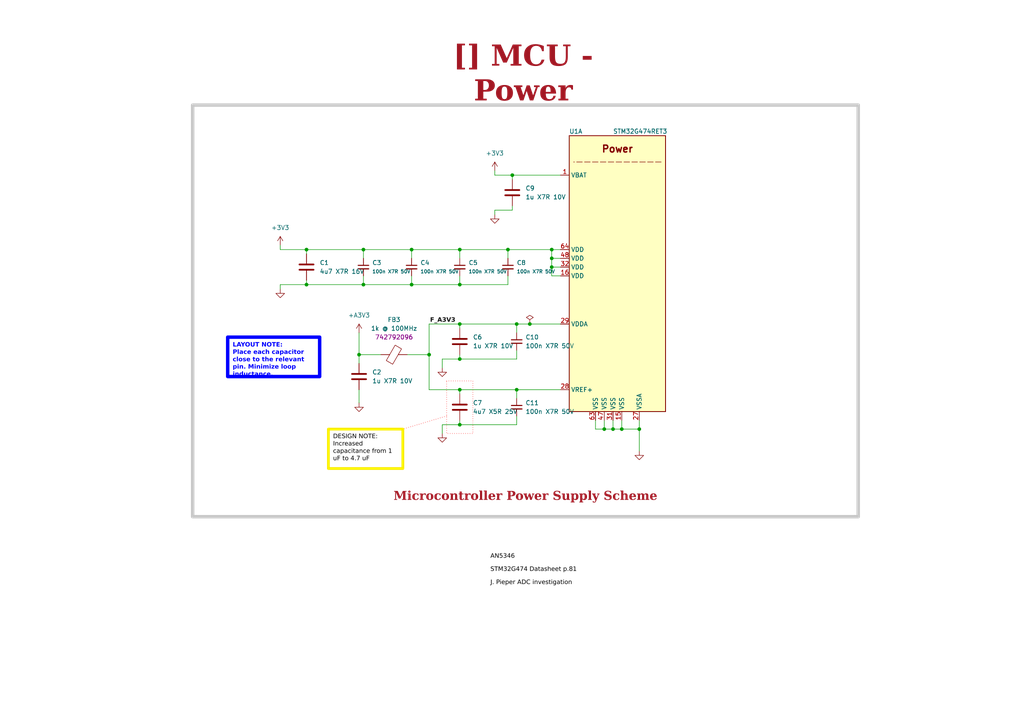
<source format=kicad_sch>
(kicad_sch (version 20230121) (generator eeschema)
  (paper "A4")
  (title_block (title "MCU - Power") (date "2023-12-18") (rev "${REVISION}") (company "${COMPANY}"))
  (lib_symbols
    (symbol "0_mcu:STM32G474RETx"
      (property "Reference" "U" (at -15.24 46.99 0))
      (property "Value" "STM32G474RETx" (at 0 46.99 0))
      (symbol "STM32G474RETx_1_1"
        (rectangle (start -13.97 33.02) (end 13.97 -46.99) (stroke (width 0.254)) (fill (type background)))
        (polyline (pts (xy 12.7 25.4) (xy -12.7 25.4)) (stroke (width 0) (type dash)))
        (text "Power" (at 0 29.21 0) (effects (font (size 2 2) bold)))
        (pin power_in line (at -16.51 21.59 0) (length 2.54) (name "VBAT") (number "1"))
        (pin power_in line (at 1.27 -49.53 90) (length 2.54) (name "VSS") (number "15"))
        (pin power_in line (at -16.51 -7.62 0) (length 2.54) (name "VDD") (number "16"))
        (pin power_in line (at 6.35 -49.53 90) (length 2.54) (name "VSSA") (number "27"))
        (pin input line (at -16.51 -40.64 0) (length 2.54) (name "VREF+") (number "28"))
        (pin power_in line (at -16.51 -21.59 0) (length 2.54) (name "VDDA") (number "29"))
        (pin power_in line (at -1.27 -49.53 90) (length 2.54) (name "VSS") (number "31"))
        (pin power_in line (at -16.51 -5.08 0) (length 2.54) (name "VDD") (number "32"))
        (pin power_in line (at -3.81 -49.53 90) (length 2.54) (name "VSS") (number "47"))
        (pin power_in line (at -16.51 -2.54 0) (length 2.54) (name "VDD") (number "48"))
        (pin power_in line (at -6.35 -49.53 90) (length 2.54) (name "VSS") (number "63"))
        (pin power_in line (at -16.51 0 0) (length 2.54) (name "VDD") (number "64"))
      )
      (symbol "STM32G474RETx_2_1"
        (rectangle (start -15.24 45.72) (end 15.24 -49.53) (fill (type background)))
        (polyline (pts (xy 13.97 38.1) (xy -13.97 38.1)) (stroke (width 0) (type dash)))
        (polyline (pts (xy -8.89 -6.35) (xy -7.62 -6.35) (xy -7.62 -46.99) (xy -8.89 -46.99)))
        (polyline (pts (xy -8.89 2.54) (xy -7.62 2.54) (xy -7.62 -2.54) (xy -8.89 -2.54)))
        (polyline (pts (xy -8.89 11.43) (xy -7.62 11.43) (xy -7.62 6.35) (xy -8.89 6.35)))
        (polyline (pts (xy -7.62 26.67) (xy -6.35 26.67) (xy -6.35 34.29) (xy -7.62 34.29)))
        (polyline (pts (xy 8.89 -6.35) (xy 7.62 -6.35) (xy 7.62 -46.99) (xy 8.89 -46.99)))
        (polyline (pts (xy 8.89 -1.27) (xy 7.62 -1.27) (xy 7.62 34.29) (xy 8.89 34.29)))
        (text "I/O" (at 0 41.91 0) (effects (font (size 2 2) bold)))
        (text "PORT A" (at 6.35 16.51 900) (effects (font (size 1.27 1.27)) (justify bottom)))
        (text "PORT B" (at 6.35 -26.67 900) (effects (font (size 1.27 1.27)) (justify bottom)))
        (text "PORT C" (at -6.35 -26.67 900) (effects (font (size 1.27 1.27)) (justify top)))
        (text "PORT D" (at -6.35 0 900) (effects (font (size 1.27 1.27)) (justify top)))
        (text "PORT F" (at -6.35 8.89 900) (effects (font (size 1.27 1.27)) (justify top)))
        (text "SWD" (at -5.08 30.48 900) (effects (font (size 1.27 1.27)) (justify top)))
        (pin bidirectional line (at -17.78 -12.7 0) (length 2.54) (name "PC2") (number "10"))
        (pin bidirectional line (at -17.78 -15.24 0) (length 2.54) (name "PC3") (number "11"))
        (pin bidirectional line (at 17.78 33.02 180) (length 2.54) (name "PA0") (number "12"))
        (pin bidirectional line (at 17.78 30.48 180) (length 2.54) (name "PA1") (number "13"))
        (pin bidirectional line (at 17.78 27.94 180) (length 2.54) (name "PA2") (number "14"))
        (pin bidirectional line (at 17.78 25.4 180) (length 2.54) (name "PA3") (number "17"))
        (pin bidirectional line (at 17.78 22.86 180) (length 2.54) (name "PA4") (number "18"))
        (pin bidirectional line (at 17.78 20.32 180) (length 2.54) (name "PA5") (number "19"))
        (pin bidirectional line (at -17.78 -40.64 0) (length 2.54) (name "PC13") (number "2"))
        (pin bidirectional line (at 17.78 17.78 180) (length 2.54) (name "PA6") (number "20"))
        (pin bidirectional line (at 17.78 15.24 180) (length 2.54) (name "PA7") (number "21"))
        (pin bidirectional line (at -17.78 -17.78 0) (length 2.54) (name "PC4") (number "22"))
        (pin bidirectional line (at -17.78 -20.32 0) (length 2.54) (name "PC5") (number "23"))
        (pin bidirectional line (at 17.78 -7.62 180) (length 2.54) (name "PB0") (number "24"))
        (pin bidirectional line (at 17.78 -10.16 180) (length 2.54) (name "PB1") (number "25"))
        (pin bidirectional line (at 17.78 -12.7 180) (length 2.54) (name "PB2") (number "26"))
        (pin bidirectional line (at -17.78 -43.18 0) (length 2.54) (name "PC14") (number "3"))
        (pin bidirectional line (at 17.78 -33.02 180) (length 2.54) (name "PB10") (number "30"))
        (pin bidirectional line (at 17.78 -35.56 180) (length 2.54) (name "PB11") (number "33"))
        (pin bidirectional line (at 17.78 -38.1 180) (length 2.54) (name "PB12") (number "34"))
        (pin bidirectional line (at 17.78 -40.64 180) (length 2.54) (name "PB13") (number "35"))
        (pin bidirectional line (at 17.78 -43.18 180) (length 2.54) (name "PB14") (number "36"))
        (pin bidirectional line (at 17.78 -45.72 180) (length 2.54) (name "PB15") (number "37"))
        (pin bidirectional line (at -17.78 -22.86 0) (length 2.54) (name "PC6") (number "38"))
        (pin bidirectional line (at -17.78 -25.4 0) (length 2.54) (name "PC7") (number "39"))
        (pin bidirectional line (at -17.78 -45.72 0) (length 2.54) (name "PC15") (number "4"))
        (pin bidirectional line (at -17.78 -27.94 0) (length 2.54) (name "PC8") (number "40"))
        (pin bidirectional line (at -17.78 -30.48 0) (length 2.54) (name "PC9") (number "41"))
        (pin bidirectional line (at 17.78 12.7 180) (length 2.54) (name "PA8") (number "42"))
        (pin bidirectional line (at 17.78 10.16 180) (length 2.54) (name "PA9") (number "43"))
        (pin bidirectional line (at 17.78 7.62 180) (length 2.54) (name "PA10") (number "44"))
        (pin bidirectional line (at 17.78 5.08 180) (length 2.54) (name "PA11") (number "45"))
        (pin bidirectional line (at 17.78 2.54 180) (length 2.54) (name "PA12") (number "46"))
        (pin bidirectional line (at -17.78 33.02 0) (length 2.54) (name "PA13") (number "49"))
        (pin bidirectional line (at -17.78 10.16 0) (length 2.54) (name "PF0") (number "5"))
        (pin bidirectional line (at -17.78 30.48 0) (length 2.54) (name "PA14") (number "50"))
        (pin bidirectional line (at 17.78 0 180) (length 2.54) (name "PA15") (number "51"))
        (pin bidirectional line (at -17.78 -33.02 0) (length 2.54) (name "PC10") (number "52"))
        (pin bidirectional line (at -17.78 -35.56 0) (length 2.54) (name "PC11") (number "53"))
        (pin bidirectional line (at -17.78 -38.1 0) (length 2.54) (name "PC12") (number "54"))
        (pin bidirectional line (at -17.78 0 0) (length 2.54) (name "PD2") (number "55"))
        (pin bidirectional line (at 17.78 -15.24 180) (length 2.54) (name "PB3") (number "56"))
        (pin bidirectional line (at 17.78 -17.78 180) (length 2.54) (name "PB4") (number "57"))
        (pin bidirectional line (at 17.78 -20.32 180) (length 2.54) (name "PB5") (number "58"))
        (pin bidirectional line (at 17.78 -22.86 180) (length 2.54) (name "PB6") (number "59"))
        (pin bidirectional line (at -17.78 7.62 0) (length 2.54) (name "PF1") (number "6"))
        (pin bidirectional line (at 17.78 -25.4 180) (length 2.54) (name "PB7") (number "60"))
        (pin bidirectional line (at 17.78 -27.94 180) (length 2.54) (name "PB8") (number "61"))
        (pin bidirectional line (at 17.78 -30.48 180) (length 2.54) (name "PB9") (number "62"))
        (pin bidirectional line (at -17.78 27.94 0) (length 2.54) (name "PG10") (number "7"))
        (pin bidirectional line (at -17.78 -7.62 0) (length 2.54) (name "PC0") (number "8"))
        (pin bidirectional line (at -17.78 -10.16 0) (length 2.54) (name "PC1") (number "9"))
      )
    )
    (symbol "0_power_symbols:+A3V3" (power) (pin_names (offset 0))
      (property "Value" "+A3V3" (at 0 3.556 0))
      (symbol "+A3V3_0_1"
        (polyline (pts (xy -0.762 1.27) (xy 0 2.54)))
        (polyline (pts (xy 0 0) (xy 0 2.54)))
        (polyline (pts (xy 0 2.54) (xy 0.762 1.27)))
      )
      (symbol "+A3V3_1_1"
        (pin power_in line (at 0 0 90) (length 0) hide (name "+A3V3") (number "1"))
      )
    )
    (symbol "Device:C" (pin_numbers hide) (pin_names (offset 0.254))
      (property "Reference" "C" (at 0.635 2.54 0))
      (property "Value" "C" (at 0.635 -2.54 0))
      (symbol "C_0_1"
        (polyline (pts (xy -2.032 -0.762) (xy 2.032 -0.762)) (stroke (width 0.508)))
        (polyline (pts (xy -2.032 0.762) (xy 2.032 0.762)) (stroke (width 0.508)))
      )
      (symbol "C_1_1"
        (pin passive line (at 0 3.81 270) (length 2.794) (name "~") (number "1"))
        (pin passive line (at 0 -3.81 90) (length 2.794) (name "~") (number "2"))
      )
    )
    (symbol "Device:C_Small" (pin_numbers hide) (pin_names (offset 0.254) hide)
      (property "Reference" "C" (at 0.254 1.778 0))
      (property "Value" "C_Small" (at 0.254 -2.032 0))
      (symbol "C_Small_0_1"
        (polyline (pts (xy -1.524 -0.508) (xy 1.524 -0.508)) (stroke (width 0.3302)))
        (polyline (pts (xy -1.524 0.508) (xy 1.524 0.508)) (stroke (width 0.3048)))
      )
      (symbol "C_Small_1_1"
        (pin passive line (at 0 2.54 270) (length 2.032) (name "~") (number "1"))
        (pin passive line (at 0 -2.54 90) (length 2.032) (name "~") (number "2"))
      )
    )
    (symbol "Device:FerriteBead" (pin_numbers hide) (pin_names (offset 0))
      (property "Reference" "FB" (at -3.81 0.635 90))
      (property "Value" "FerriteBead" (at 3.81 0 90))
      (symbol "FerriteBead_0_1"
        (polyline (pts (xy 0 -1.27) (xy 0 -1.2192)))
        (polyline (pts (xy 0 1.27) (xy 0 1.2954)))
        (polyline (pts (xy -2.7686 0.4064) (xy -1.7018 2.2606) (xy 2.7686 -0.3048) (xy 1.6764 -2.159) (xy -2.7686 0.4064)))
      )
      (symbol "FerriteBead_1_1"
        (pin passive line (at 0 3.81 270) (length 2.54) (name "~") (number "1"))
        (pin passive line (at 0 -3.81 90) (length 2.54) (name "~") (number "2"))
      )
    )
    (symbol "power:+3V3" (power) (pin_names (offset 0))
      (property "Value" "+3V3" (at 0 3.556 0))
      (symbol "+3V3_0_1"
        (polyline (pts (xy -0.762 1.27) (xy 0 2.54)))
        (polyline (pts (xy 0 0) (xy 0 2.54)))
        (polyline (pts (xy 0 2.54) (xy 0.762 1.27)))
      )
      (symbol "+3V3_1_1"
        (pin power_in line (at 0 0 90) (length 0) hide (name "+3V3") (number "1"))
      )
    )
    (symbol "power:GND" (power) (pin_names (offset 0))
      (property "Value" "GND" (at 0 -3.81 0))
      (symbol "GND_0_1"
        (polyline (pts (xy 0 0) (xy 0 -1.27) (xy 1.27 -1.27) (xy 0 -2.54) (xy -1.27 -1.27) (xy 0 -1.27)))
      )
      (symbol "GND_1_1"
        (pin power_in line (at 0 0 270) (length 0) hide (name "GND") (number "1"))
      )
    )
    (symbol "power:PWR_FLAG" (power) (pin_numbers hide) (pin_names (offset 0) hide)
      (property "Value" "PWR_FLAG" (at 0 3.81 0))
      (symbol "PWR_FLAG_0_0"
        (pin power_out line (at 0 0 90) (length 0) (name "pwr") (number "1"))
      )
      (symbol "PWR_FLAG_0_1"
        (polyline (pts (xy 0 0) (xy 0 1.27) (xy -1.016 1.905) (xy 0 2.54) (xy 1.016 1.905) (xy 0 1.27)))
      )
    )
  )
  (junction (at 175.26 124.46))
  (junction (at 160.02 74.93))
  (junction (at 133.35 104.14))
  (junction (at 105.41 72.39))
  (junction (at 133.35 113.03))
  (junction (at 148.59 50.8))
  (junction (at 104.14 102.87))
  (junction (at 160.02 72.39))
  (junction (at 133.35 72.39))
  (junction (at 133.35 93.98))
  (junction (at 133.35 123.19))
  (junction (at 149.86 113.03))
  (junction (at 119.38 82.55))
  (junction (at 177.8 124.46))
  (junction (at 105.41 82.55))
  (junction (at 147.32 72.39))
  (junction (at 88.9 82.55))
  (junction (at 88.9 72.39))
  (junction (at 119.38 72.39))
  (junction (at 149.86 93.98))
  (junction (at 124.46 102.87))
  (junction (at 153.67 93.98))
  (junction (at 180.34 124.46))
  (junction (at 133.35 82.55))
  (junction (at 185.42 124.46))
  (junction (at 160.02 77.47))
  (wire (pts (xy 119.38 82.55) (xy 133.35 82.55)))
  (wire (pts (xy 124.46 93.98) (xy 133.35 93.98)))
  (wire (pts (xy 177.8 124.46) (xy 177.8 121.92)))
  (wire (pts (xy 81.28 83.82) (xy 81.28 82.55)))
  (wire (pts (xy 104.14 102.87) (xy 104.14 105.41)))
  (wire (pts (xy 160.02 74.93) (xy 160.02 72.39)))
  (wire (pts (xy 148.59 50.8) (xy 148.59 52.07)))
  (wire (pts (xy 105.41 82.55) (xy 105.41 80.01)))
  (wire (pts (xy 185.42 124.46) (xy 185.42 121.92)))
  (wire (pts (xy 185.42 124.46) (xy 185.42 130.81)))
  (wire (pts (xy 162.56 74.93) (xy 160.02 74.93)))
  (wire (pts (xy 143.51 49.53) (xy 143.51 50.8)))
  (wire (pts (xy 149.86 113.03) (xy 162.56 113.03)))
  (wire (pts (xy 162.56 77.47) (xy 160.02 77.47)))
  (wire (pts (xy 148.59 59.69) (xy 148.59 60.96)))
  (wire (pts (xy 149.86 93.98) (xy 153.67 93.98)))
  (wire (pts (xy 149.86 120.65) (xy 149.86 123.19)))
  (wire (pts (xy 133.35 104.14) (xy 149.86 104.14)))
  (wire (pts (xy 149.86 104.14) (xy 149.86 101.6)))
  (wire (pts (xy 147.32 80.01) (xy 147.32 82.55)))
  (wire (pts (xy 124.46 113.03) (xy 124.46 102.87)))
  (wire (pts (xy 133.35 121.92) (xy 133.35 123.19)))
  (wire (pts (xy 88.9 73.66) (xy 88.9 72.39)))
  (wire (pts (xy 143.51 60.96) (xy 143.51 62.23)))
  (wire (pts (xy 133.35 72.39) (xy 147.32 72.39)))
  (wire (pts (xy 153.67 93.98) (xy 162.56 93.98)))
  (wire (pts (xy 175.26 124.46) (xy 172.72 124.46)))
  (wire (pts (xy 172.72 121.92) (xy 172.72 124.46)))
  (wire (pts (xy 160.02 77.47) (xy 160.02 74.93)))
  (wire (pts (xy 119.38 82.55) (xy 119.38 80.01)))
  (wire (pts (xy 160.02 72.39) (xy 162.56 72.39)))
  (wire (pts (xy 119.38 72.39) (xy 119.38 74.93)))
  (wire (pts (xy 104.14 96.52) (xy 104.14 102.87)))
  (wire (pts (xy 128.27 123.19) (xy 128.27 125.73)))
  (wire (pts (xy 143.51 50.8) (xy 148.59 50.8)))
  (wire (pts (xy 177.8 124.46) (xy 175.26 124.46)))
  (wire (pts (xy 148.59 60.96) (xy 143.51 60.96)))
  (wire (pts (xy 133.35 82.55) (xy 133.35 80.01)))
  (wire (pts (xy 81.28 72.39) (xy 88.9 72.39)))
  (wire (pts (xy 133.35 93.98) (xy 133.35 95.25)))
  (wire (pts (xy 81.28 82.55) (xy 88.9 82.55)))
  (wire (pts (xy 180.34 124.46) (xy 185.42 124.46)))
  (wire (pts (xy 133.35 114.3) (xy 133.35 113.03)))
  (wire (pts (xy 133.35 102.87) (xy 133.35 104.14)))
  (wire (pts (xy 148.59 50.8) (xy 162.56 50.8)))
  (wire (pts (xy 133.35 123.19) (xy 149.86 123.19)))
  (wire (pts (xy 175.26 124.46) (xy 175.26 121.92)))
  (wire (pts (xy 128.27 106.68) (xy 128.27 104.14)))
  (wire (pts (xy 88.9 81.28) (xy 88.9 82.55)))
  (wire (pts (xy 104.14 116.84) (xy 104.14 113.03)))
  (wire (pts (xy 162.56 80.01) (xy 160.02 80.01)))
  (wire (pts (xy 149.86 115.57) (xy 149.86 113.03)))
  (wire (pts (xy 81.28 71.12) (xy 81.28 72.39)))
  (wire (pts (xy 124.46 102.87) (xy 124.46 93.98)))
  (wire (pts (xy 104.14 102.87) (xy 110.49 102.87)))
  (wire (pts (xy 133.35 72.39) (xy 133.35 74.93)))
  (wire (pts (xy 88.9 82.55) (xy 105.41 82.55)))
  (wire (pts (xy 147.32 82.55) (xy 133.35 82.55)))
  (wire (pts (xy 180.34 124.46) (xy 177.8 124.46)))
  (wire (pts (xy 128.27 123.19) (xy 133.35 123.19)))
  (wire (pts (xy 128.27 104.14) (xy 133.35 104.14)))
  (wire (pts (xy 147.32 74.93) (xy 147.32 72.39)))
  (wire (pts (xy 133.35 113.03) (xy 149.86 113.03)))
  (wire (pts (xy 105.41 72.39) (xy 119.38 72.39)))
  (wire (pts (xy 124.46 113.03) (xy 133.35 113.03)))
  (polyline (pts (xy 129.54 120.65) (xy 116.84 124.46)) (stroke (width 0) (type dot) (color 255 0 0 1)))
  (wire (pts (xy 149.86 93.98) (xy 149.86 96.52)))
  (wire (pts (xy 160.02 80.01) (xy 160.02 77.47)))
  (wire (pts (xy 147.32 72.39) (xy 160.02 72.39)))
  (wire (pts (xy 105.41 72.39) (xy 105.41 74.93)))
  (wire (pts (xy 119.38 72.39) (xy 133.35 72.39)))
  (wire (pts (xy 180.34 124.46) (xy 180.34 121.92)))
  (wire (pts (xy 88.9 72.39) (xy 105.41 72.39)))
  (wire (pts (xy 105.41 82.55) (xy 119.38 82.55)))
  (wire (pts (xy 118.11 102.87) (xy 124.46 102.87)))
  (wire (pts (xy 133.35 93.98) (xy 149.86 93.98)))
  (rectangle (start 129.54 110.49) (end 137.16 125.73) (stroke (width 0) (type dot) (color 255 0 0 1)))
  (rectangle (start 55.88 30.48) (end 248.92 149.86) (stroke (width 1) (color 200 200 200 1)))
  (text_box "LAYOUT NOTE:\nPlace each capacitor close to the relevant pin. Minimize loop inductance." (at 66.04 97.79 0) (size 26.67 11.43) (stroke (width 1) (color 0 0 255 1)) (effects (font (size 1.27 1.27) (thickness 0.4) bold) (justify left top)))
  (text_box "[${#}] ${TITLE}" (at 115.57 15.24 0) (size 72.39 12.7) (stroke (width -0.0001)) (effects (font (size 6 6) (thickness 1.2) bold)))
  (text_box "Microcontroller Power Supply Scheme" (at 57.15 139.7 0) (size 190.5 7.62) (stroke (width -0.0001)) (effects (font (size 2.54 2.54) (thickness 0.508) bold) (justify bottom)))
  (text_box "DESIGN NOTE:\nIncreased capacitance from 1 uF to 4.7 uF" (at 95.25 124.46 0) (size 21.59 11.43) (stroke (width 0.8) (color 250 236 0 1)) (effects (font (size 1.27 1.27)) (justify left top)))
  (text "J. Pieper ADC investigation" (at 142.24 170.18 0) (effects (font (size 1.27 1.27)) (justify left bottom)))
  (text "STM32G474 Datasheet p.81" (at 142.24 166.37 0) (effects (font (size 1.27 1.27)) (justify left bottom)))
  (text "AN5346" (at 142.24 162.56 0) (effects (font (size 1.27 1.27)) (justify left bottom)))
  (label "F_A3V3" (at 132.08 93.98 180) (effects (font (thickness 0.254) bold)))
  (symbol (lib_id "Device:C_Small") (at 105.41 77.47 0) (unit 1)
    (property "Reference" "C3" (at 107.95 76.2063 0) (effects (justify left)))
    (property "Value" "100n X7R 50V" (at 107.95 78.7463 0) (effects (font (size 1 1)) (justify left)))
    (property "Footprint" "0_capacitor_smd:C_0402_1005_DensityHigh" (effects hide))
    (property "Datasheet" "https://search.murata.co.jp/Ceramy/image/img/A01X/G101/ENG/GCM155R71H104KE02-01.pdf" (effects hide))
    (property "Description" "0.1 µF ±10% 50V Ceramic Capacitor X7R 0402 (1005 Metric)" (effects hide))
    (property "Manufacturer" "Murata Electronics" (effects hide))
    (property "Manufacturer Part Number" "GCM155R71H104KE02J" (effects hide))
    (property "Supplier 1" "Digikey" (effects hide))
    (property "Supplier Part Number 1" "490-14514-1-ND" (effects hide))
  )
  (symbol (lib_id "Device:C_Small") (at 149.86 99.06 0) (unit 1)
    (property "Reference" "C10" (at 152.4 97.7963 0) (effects (justify left)))
    (property "Value" "100n X7R 50V" (at 152.4 100.3363 0) (effects (justify left)))
    (property "Footprint" "0_capacitor_smd:C_0402_1005_DensityHigh" (effects hide))
    (property "Datasheet" "https://search.murata.co.jp/Ceramy/image/img/A01X/G101/ENG/GCM155R71H104KE02-01.pdf" (effects hide))
    (property "Description" "0.1 µF ±10% 50V Ceramic Capacitor X7R 0402 (1005 Metric)" (effects hide))
    (property "Manufacturer" "Murata Electronics" (effects hide))
    (property "Manufacturer Part Number" "GCM155R71H104KE02J" (effects hide))
    (property "Supplier 1" "Digikey" (effects hide))
    (property "Supplier Part Number 1" "490-14514-1-ND" (effects hide))
  )
  (symbol (lib_id "Device:C_Small") (at 133.35 77.47 0) (unit 1)
    (property "Reference" "C5" (at 135.89 76.2063 0) (effects (justify left)))
    (property "Value" "100n X7R 50V" (at 135.89 78.7463 0) (effects (font (size 1 1)) (justify left)))
    (property "Footprint" "0_capacitor_smd:C_0402_1005_DensityHigh" (effects hide))
    (property "Datasheet" "https://search.murata.co.jp/Ceramy/image/img/A01X/G101/ENG/GCM155R71H104KE02-01.pdf" (effects hide))
    (property "Description" "0.1 µF ±10% 50V Ceramic Capacitor X7R 0402 (1005 Metric)" (effects hide))
    (property "Manufacturer" "Murata Electronics" (effects hide))
    (property "Manufacturer Part Number" "GCM155R71H104KE02J" (effects hide))
    (property "Supplier 1" "Digikey" (effects hide))
    (property "Supplier Part Number 1" "490-14514-1-ND" (effects hide))
  )
  (symbol (lib_id "0_mcu:STM32G474RETx") (at 179.07 72.39 0) (unit 1)
    (property "Reference" "U1" (at 165.1 38.1 0) (effects (justify left)))
    (property "Value" "STM32G474RET3" (at 177.8 38.1 0) (effects (justify left)))
    (property "Footprint" "0_package_QFP:LQFP-64_10x10mm_P0.5mm" (effects hide))
    (property "Datasheet" "https://www.st.com/resource/en/datasheet/stm32g474re.pdf" (effects hide))
    (property "Description" "Arm® Cortex®-M4 32-bit MCU+FPU, 170 MHz / 213 DMIPS, 128 KB SRAM, rich analog, math acc, 184 ps 12 chan Hi-res timer" (effects hide))
    (property "Manufacturer" "STMicroelectronics" (effects hide))
    (property "Manufacturer Part Number" "STM32G474RET3" (effects hide))
    (property "Supplier 1" "Digikey" (effects hide))
    (property "Supplier Part Number 1" "497-STM32G474RET3-ND" (effects hide))
  )
  (symbol (lib_id "Device:C") (at 133.35 118.11 0) (unit 1)
    (property "Reference" "C7" (at 137.16 116.84 0) (effects (justify left)))
    (property "Value" "4u7 X5R 25V" (at 137.16 119.38 0) (effects (justify left)))
    (property "Footprint" "0_capacitor_smd:C_0402_1005_DensityHigh" (effects hide))
    (property "Datasheet" "https://datasheets.kyocera-avx.com/cx5r.pdf" (effects hide))
    (property "Description" "4.7 µF ±20% 25V Ceramic Capacitor X5R 0402 (1005 Metric)" (effects hide))
    (property "Manufacturer" "KYOCERA AVX" (effects hide))
    (property "Manufacturer Part Number" "04023D475MAT2A" (effects hide))
    (property "Supplier 1" "Digikey" (effects hide))
    (property "Supplier Part Number 1" "478-04023D475MAT2ACT-ND" (effects hide))
  )
  (symbol (lib_id "Device:FerriteBead") (at 114.3 102.87 90) (unit 1)
    (property "Reference" "FB3" (at 114.3 92.71 90))
    (property "Value" "1k @ 100MHz" (at 114.3 95.25 90))
    (property "Footprint" "0_resistor_smd:R_0805_2012_DensityHigh" (effects hide))
    (property "Datasheet" "https://www.we-online.com/katalog/datasheet/742792096.pdf" (effects hide))
    (property "Manufacturer Part Number" "742792096" (at 114.3 97.79 90))
    (property "Description" "1 kOhms @ 100 MHz 1 Signal Line Ferrite Bead 0805 (2012 Metric) 1A 300mOhm" (effects hide))
    (property "Manufacturer" "Würth Elektronik" (effects hide))
    (property "Supplier 1" "Digikey" (effects hide))
    (property "Supplier Part Number 1" "732-4648-1-ND" (effects hide))
    (instances (project "amulet_controller" (path "" (reference "FB3") (unit 1)) (path "" (reference "FB1") (unit 1))))
  )
  (symbol (lib_id "0_power_symbols:+A3V3") (at 104.14 96.52 0) (unit 1)
    (property "Reference" "#PWR09" (effects hide))
    (property "Value" "+A3V3" (at 104.14 91.44 0))
  )
  (symbol (lib_id "Device:C") (at 133.35 99.06 0) (unit 1)
    (property "Reference" "C6" (at 137.16 97.79 0) (effects (justify left)))
    (property "Value" "1u X7R 10V" (at 137.16 100.33 0) (effects (justify left)))
    (property "Footprint" "0_capacitor_smd:C_0402_1005_DensityHigh" (effects hide))
    (property "Datasheet" "https://search.murata.co.jp/Ceramy/image/img/A01X/G101/ENG/GRM155Z71A105KE01-01A.pdf" (effects hide))
    (property "Description" "1 µF ±10% 10V Ceramic Capacitor X7R 0402 (1005 Metric)" (effects hide))
    (property "Manufacturer" "Murata Electronics" (effects hide))
    (property "Manufacturer Part Number" "GRM155Z71A105KE01J" (effects hide))
    (property "Supplier 1" "Digikey" (effects hide))
    (property "Supplier Part Number 1" "490-GRM155Z71A105KE01JCT-ND" (effects hide))
  )
  (symbol (lib_id "power:+3V3") (at 81.28 71.12 0) (unit 1)
    (property "Reference" "#PWR07" (effects hide))
    (property "Value" "+3V3" (at 81.28 66.04 0))
  )
  (symbol (lib_id "power:GND") (at 128.27 125.73 0) (unit 1)
    (property "Reference" "#PWR012" (effects hide))
    (property "Value" "GND" (effects hide))
  )
  (symbol (lib_id "Device:C") (at 104.14 109.22 0) (unit 1)
    (property "Reference" "C2" (at 107.95 107.95 0) (effects (justify left)))
    (property "Value" "1u X7R 10V" (at 107.95 110.49 0) (effects (justify left)))
    (property "Footprint" "0_capacitor_smd:C_0402_1005_DensityHigh" (effects hide))
    (property "Datasheet" "https://search.murata.co.jp/Ceramy/image/img/A01X/G101/ENG/GRM155Z71A105KE01-01A.pdf" (effects hide))
    (property "Description" "1 µF ±10% 10V Ceramic Capacitor X7R 0402 (1005 Metric)" (effects hide))
    (property "Manufacturer" "Murata Electronics" (effects hide))
    (property "Manufacturer Part Number" "GRM155Z71A105KE01J" (effects hide))
    (property "Supplier 1" "Digikey" (effects hide))
    (property "Supplier Part Number 1" "490-GRM155Z71A105KE01JCT-ND" (effects hide))
  )
  (symbol (lib_id "Device:C") (at 148.59 55.88 0) (unit 1)
    (property "Reference" "C9" (at 152.4 54.61 0) (effects (justify left)))
    (property "Value" "1u X7R 10V" (at 152.4 57.15 0) (effects (justify left)))
    (property "Footprint" "0_capacitor_smd:C_0402_1005_DensityHigh" (effects hide))
    (property "Datasheet" "https://search.murata.co.jp/Ceramy/image/img/A01X/G101/ENG/GRM155Z71A105KE01-01A.pdf" (effects hide))
    (property "Description" "1 µF ±10% 10V Ceramic Capacitor X7R 0402 (1005 Metric)" (effects hide))
    (property "Manufacturer" "Murata Electronics" (effects hide))
    (property "Manufacturer Part Number" "GRM155Z71A105KE01J" (effects hide))
    (property "Supplier 1" "Digikey" (effects hide))
    (property "Supplier Part Number 1" "490-GRM155Z71A105KE01JCT-ND" (effects hide))
  )
  (symbol (lib_id "power:GND") (at 81.28 83.82 0) (unit 1)
    (property "Reference" "#PWR08" (effects hide))
    (property "Value" "GND" (effects hide))
  )
  (symbol (lib_id "power:+3V3") (at 143.51 49.53 0) (unit 1)
    (property "Reference" "#PWR013" (effects hide))
    (property "Value" "+3V3" (at 143.51 44.45 0))
  )
  (symbol (lib_id "Device:C_Small") (at 147.32 77.47 0) (unit 1)
    (property "Reference" "C8" (at 149.86 76.2063 0) (effects (justify left)))
    (property "Value" "100n X7R 50V" (at 149.86 78.7463 0) (effects (font (size 1 1)) (justify left)))
    (property "Footprint" "0_capacitor_smd:C_0402_1005_DensityHigh" (effects hide))
    (property "Datasheet" "https://search.murata.co.jp/Ceramy/image/img/A01X/G101/ENG/GCM155R71H104KE02-01.pdf" (effects hide))
    (property "Description" "0.1 µF ±10% 50V Ceramic Capacitor X7R 0402 (1005 Metric)" (effects hide))
    (property "Manufacturer" "Murata Electronics" (effects hide))
    (property "Manufacturer Part Number" "GCM155R71H104KE02J" (effects hide))
    (property "Supplier 1" "Digikey" (effects hide))
    (property "Supplier Part Number 1" "490-14514-1-ND" (effects hide))
  )
  (symbol (lib_id "Device:C_Small") (at 149.86 118.11 0) (unit 1)
    (property "Reference" "C11" (at 152.4 116.8463 0) (effects (justify left)))
    (property "Value" "100n X7R 50V" (at 152.4 119.3863 0) (effects (justify left)))
    (property "Footprint" "0_capacitor_smd:C_0402_1005_DensityHigh" (effects hide))
    (property "Datasheet" "https://search.murata.co.jp/Ceramy/image/img/A01X/G101/ENG/GCM155R71H104KE02-01.pdf" (effects hide))
    (property "Description" "0.1 µF ±10% 50V Ceramic Capacitor X7R 0402 (1005 Metric)" (effects hide))
    (property "Manufacturer" "Murata Electronics" (effects hide))
    (property "Manufacturer Part Number" "GCM155R71H104KE02J" (effects hide))
    (property "Supplier 1" "Digikey" (effects hide))
    (property "Supplier Part Number 1" "490-14514-1-ND" (effects hide))
  )
  (symbol (lib_id "power:GND") (at 185.42 130.81 0) (unit 1)
    (property "Reference" "#PWR015" (effects hide))
    (property "Value" "GND" (effects hide))
  )
  (symbol (lib_id "power:PWR_FLAG") (at 153.67 93.98 0) (unit 1)
    (property "Reference" "#FLG01" (effects hide))
    (property "Value" "PWR_FLAG" (effects hide))
    (instances (project "amulet_controller" (path "" (reference "#FLG01") (unit 1)) (path "" (reference "#FLG07") (unit 1)) (path "" (reference "#FLG09") (unit 1)) (path "" (reference "#FLG01") (unit 1))))
  )
  (symbol (lib_id "power:GND") (at 143.51 62.23 0) (unit 1)
    (property "Reference" "#PWR014" (effects hide))
    (property "Value" "GND" (effects hide))
  )
  (symbol (lib_id "Device:C_Small") (at 119.38 77.47 0) (unit 1)
    (property "Reference" "C4" (at 121.92 76.2063 0) (effects (justify left)))
    (property "Value" "100n X7R 50V" (at 121.92 78.7463 0) (effects (font (size 1 1)) (justify left)))
    (property "Footprint" "0_capacitor_smd:C_0402_1005_DensityHigh" (effects hide))
    (property "Datasheet" "https://search.murata.co.jp/Ceramy/image/img/A01X/G101/ENG/GCM155R71H104KE02-01.pdf" (effects hide))
    (property "Description" "0.1 µF ±10% 50V Ceramic Capacitor X7R 0402 (1005 Metric)" (effects hide))
    (property "Manufacturer" "Murata Electronics" (effects hide))
    (property "Manufacturer Part Number" "GCM155R71H104KE02J" (effects hide))
    (property "Supplier 1" "Digikey" (effects hide))
    (property "Supplier Part Number 1" "490-14514-1-ND" (effects hide))
  )
  (symbol (lib_id "Device:C") (at 88.9 77.47 0) (unit 1)
    (property "Reference" "C1" (at 92.71 76.2 0) (effects (justify left)))
    (property "Value" "4u7 X7R 16V" (at 92.71 78.74 0) (effects (justify left)))
    (property "Footprint" "0_capacitor_smd:C_0603_1608_DensityHigh" (effects hide))
    (property "Datasheet" "https://search.murata.co.jp/Ceramy/image/img/A01X/G101/ENG/GRM188Z71C475KE21-01A.pdf" (effects hide))
    (property "Description" "4.7 µF ±10% 16V Ceramic Capacitor X7R 0603 (1608 Metric)" (effects hide))
    (property "Manufacturer" "Murata Electronics" (effects hide))
    (property "Manufacturer Part Number" "GRM188Z71C475KE21J" (effects hide))
    (property "Supplier 1" "Digikey" (effects hide))
    (property "Supplier Part Number 1" "490-GRM188Z71C475KE21JCT-ND" (effects hide))
  )
  (symbol (lib_id "power:GND") (at 128.27 106.68 0) (unit 1)
    (property "Reference" "#PWR011" (effects hide))
    (property "Value" "GND" (effects hide))
  )
  (symbol (lib_id "power:GND") (at 104.14 116.84 0) (unit 1)
    (property "Reference" "#PWR010" (effects hide))
    (property "Value" "GND" (effects hide))
  )
)
</source>
